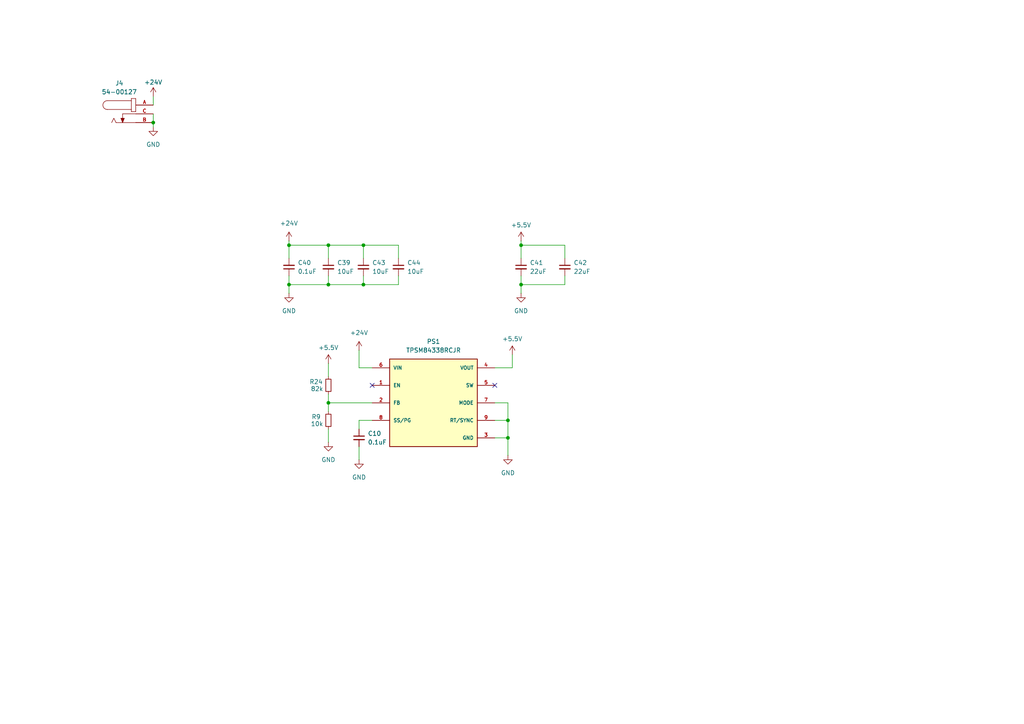
<source format=kicad_sch>
(kicad_sch (version 20250114) (generator "eeschema") (generator_version "9.0")
  (paper "A4")
  (lib_symbols
    (symbol "Device:C_Small" (pin_numbers (hide yes)) (pin_names (offset 0.254) (hide yes))
      (property "Reference" "C" (at 0.254 1.778 0))
      (property "Value" "C_Small" (at 0.254 -2.032 0))
      (symbol "C_Small_0_1"
        (polyline (pts (xy -1.524 0.508) (xy 1.524 0.508)) (stroke (width 0.3048)))
        (polyline (pts (xy -1.524 -0.508) (xy 1.524 -0.508)) (stroke (width 0.3302)))
      )
      (symbol "C_Small_1_1"
        (pin passive line (at 0 2.54 270) (length 2.032) (name "~") (number "1"))
        (pin passive line (at 0 -2.54 90) (length 2.032) (name "~") (number "2"))
      )
    )
    (symbol "Device:R_Small" (pin_numbers (hide yes)) (pin_names (offset 0.254) (hide yes))
      (property "Reference" "R" (at 0.762 0.508 0))
      (property "Value" "R_Small" (at 0.762 -1.016 0))
      (symbol "R_Small_0_1"
        (rectangle (start -0.762 1.778) (end 0.762 -1.778) (stroke (width 0.2032)))
      )
      (symbol "R_Small_1_1"
        (pin passive line (at 0 2.54 270) (length 0.762) (name "~") (number "1"))
        (pin passive line (at 0 -2.54 90) (length 0.762) (name "~") (number "2"))
      )
    )
    (symbol "Vendor_Symbols:54-00127" (pin_names (offset 1.016))
      (property "Reference" "J" (at -7.62 5.08 0))
      (property "Value" "54-00127" (at -7.62 -5.08 0))
      (symbol "54-00127_0_0"
        (polyline (pts (xy -8.255 3.81) (xy -1.27 3.81)) (stroke (width 0.1524)))
        (arc (start -8.255 1.27) (mid -9.5194 2.54) (end -8.255 3.81) (stroke (width 0.1524)))
        (polyline (pts (xy -6.35 -1.27) (xy -6.985 -2.54)) (stroke (width 0.1524)))
        (polyline (pts (xy -5.715 -2.54) (xy -6.35 -1.27)) (stroke (width 0.1524)))
        (polyline (pts (xy -3.81 0) (xy -3.81 -2.54)) (stroke (width 0.1524)))
        (polyline (pts (xy -3.81 -2.54) (xy -4.318 -1.27) (xy -3.302 -1.27) (xy -3.81 -2.54)) (stroke (width 0.1524)) (fill (type outline)))
        (polyline (pts (xy -1.27 4.445) (xy -1.27 3.81)) (stroke (width 0.1524)))
        (polyline (pts (xy -1.27 3.81) (xy -1.27 1.27)) (stroke (width 0.1524)))
        (polyline (pts (xy -1.27 1.27) (xy -8.255 1.27)) (stroke (width 0.1524)))
        (polyline (pts (xy -1.27 1.27) (xy -1.27 0.635)) (stroke (width 0.1524)))
        (polyline (pts (xy -1.27 0.635) (xy 0 0.635)) (stroke (width 0.1524)))
        (polyline (pts (xy 0 4.445) (xy -1.27 4.445)) (stroke (width 0.1524)))
        (polyline (pts (xy 0 0.635) (xy 0 4.445)) (stroke (width 0.1524)))
        (polyline (pts (xy 0 0) (xy -3.81 0)) (stroke (width 0.1524)))
        (polyline (pts (xy 0 -2.54) (xy -5.715 -2.54)) (stroke (width 0.1524)))
        (pin passive line (at 5.08 2.54 180) (length 5.08) (name "~") (number "A"))
        (pin passive line (at 5.08 0 180) (length 5.08) (name "~") (number "C"))
        (pin passive line (at 5.08 -2.54 180) (length 5.08) (name "~") (number "B"))
      )
    )
    (symbol "Vendor_Symbols:TPSM84338RCJR" (pin_names (offset 1.016))
      (property "Reference" "PS" (at -12.7 13.335 0))
      (property "Value" "TPSM84338RCJR" (at -12.7 -15.24 0))
      (symbol "TPSM84338RCJR_0_0"
        (rectangle (start -12.7 -12.7) (end 12.7 12.7) (stroke (width 0.254)) (fill (type background)))
        (pin input line (at -17.78 10.16 0) (length 5.08) (name "VIN") (number "6"))
        (pin input line (at -17.78 5.08 0) (length 5.08) (name "EN") (number "1"))
        (pin input line (at -17.78 0 0) (length 5.08) (name "FB") (number "2"))
        (pin passive line (at -17.78 -5.08 0) (length 5.08) (name "SS/PG") (number "8"))
        (pin output line (at 17.78 10.16 180) (length 5.08) (name "VOUT") (number "4"))
        (pin passive line (at 17.78 5.08 180) (length 5.08) (name "SW") (number "5"))
        (pin passive line (at 17.78 0 180) (length 5.08) (name "MODE") (number "7"))
        (pin passive line (at 17.78 -5.08 180) (length 5.08) (name "RT/SYNC") (number "9"))
        (pin power_in line (at 17.78 -10.16 180) (length 5.08) (name "GND") (number "3"))
      )
    )
    (symbol "power:+24V" (power) (pin_numbers (hide yes)) (pin_names (offset 0) (hide yes))
      (property "Value" "+24V" (at 0 3.556 0))
      (symbol "+24V_0_1"
        (polyline (pts (xy -0.762 1.27) (xy 0 2.54)))
        (polyline (pts (xy 0 2.54) (xy 0.762 1.27)))
        (polyline (pts (xy 0 0) (xy 0 2.54)))
      )
      (symbol "+24V_1_1"
        (pin power_in line (at 0 0 90) (length 0) (name "~") (number "1"))
      )
    )
    (symbol "power:+5V" (power) (pin_numbers (hide yes)) (pin_names (offset 0) (hide yes))
      (property "Value" "+5V" (at 0 3.556 0))
      (symbol "+5V_0_1"
        (polyline (pts (xy -0.762 1.27) (xy 0 2.54)))
        (polyline (pts (xy 0 2.54) (xy 0.762 1.27)))
        (polyline (pts (xy 0 0) (xy 0 2.54)))
      )
      (symbol "+5V_1_1"
        (pin power_in line (at 0 0 90) (length 0) (name "~") (number "1"))
      )
    )
    (symbol "power:GND" (power) (pin_numbers (hide yes)) (pin_names (offset 0) (hide yes))
      (property "Value" "GND" (at 0 -3.81 0))
      (symbol "GND_0_1"
        (polyline (pts (xy 0 0) (xy 0 -1.27) (xy 1.27 -1.27) (xy 0 -2.54) (xy -1.27 -1.27) (xy 0 -1.27)))
      )
      (symbol "GND_1_1"
        (pin power_in line (at 0 0 270) (length 0) (name "~") (number "1"))
      )
    )
  )
  (junction (at 151.13 71.12))
  (junction (at 147.32 121.92))
  (junction (at 105.41 71.12))
  (junction (at 95.25 116.84))
  (junction (at 95.25 82.55))
  (junction (at 147.32 127))
  (junction (at 83.82 71.12))
  (junction (at 95.25 71.12))
  (junction (at 83.82 82.55))
  (junction (at 105.41 82.55))
  (junction (at 151.13 82.55))
  (junction (at 44.45 35.56))
  (no_connect (at 107.95 111.76))
  (no_connect (at 143.51 111.76))
  (wire (pts (xy 151.13 71.12) (xy 151.13 74.93)))
  (wire (pts (xy 148.59 106.68) (xy 143.51 106.68)))
  (wire (pts (xy 44.45 35.56) (xy 44.45 36.83)))
  (wire (pts (xy 107.95 121.92) (xy 104.14 121.92)))
  (wire (pts (xy 105.41 71.12) (xy 105.41 74.93)))
  (wire (pts (xy 107.95 116.84) (xy 95.25 116.84)))
  (wire (pts (xy 151.13 69.85) (xy 151.13 71.12)))
  (wire (pts (xy 95.25 116.84) (xy 95.25 114.3)))
  (wire (pts (xy 104.14 129.54) (xy 104.14 133.35)))
  (wire (pts (xy 104.14 106.68) (xy 107.95 106.68)))
  (wire (pts (xy 115.57 71.12) (xy 115.57 74.93)))
  (wire (pts (xy 95.25 74.93) (xy 95.25 71.12)))
  (wire (pts (xy 148.59 102.87) (xy 148.59 106.68)))
  (wire (pts (xy 44.45 33.02) (xy 44.45 35.56)))
  (wire (pts (xy 83.82 80.01) (xy 83.82 82.55)))
  (wire (pts (xy 95.25 116.84) (xy 95.25 119.38)))
  (wire (pts (xy 104.14 101.6) (xy 104.14 106.68)))
  (wire (pts (xy 105.41 82.55) (xy 95.25 82.55)))
  (wire (pts (xy 83.82 82.55) (xy 95.25 82.55)))
  (wire (pts (xy 95.25 71.12) (xy 105.41 71.12)))
  (wire (pts (xy 163.83 80.01) (xy 163.83 82.55)))
  (wire (pts (xy 83.82 69.85) (xy 83.82 71.12)))
  (wire (pts (xy 151.13 82.55) (xy 151.13 85.09)))
  (wire (pts (xy 143.51 127) (xy 147.32 127)))
  (wire (pts (xy 105.41 71.12) (xy 115.57 71.12)))
  (wire (pts (xy 83.82 82.55) (xy 83.82 85.09)))
  (wire (pts (xy 83.82 71.12) (xy 95.25 71.12)))
  (wire (pts (xy 104.14 121.92) (xy 104.14 124.46)))
  (wire (pts (xy 115.57 82.55) (xy 105.41 82.55)))
  (wire (pts (xy 147.32 121.92) (xy 147.32 127)))
  (wire (pts (xy 151.13 80.01) (xy 151.13 82.55)))
  (wire (pts (xy 147.32 127) (xy 147.32 132.08)))
  (wire (pts (xy 147.32 116.84) (xy 147.32 121.92)))
  (wire (pts (xy 95.25 105.41) (xy 95.25 109.22)))
  (wire (pts (xy 105.41 80.01) (xy 105.41 82.55)))
  (wire (pts (xy 143.51 116.84) (xy 147.32 116.84)))
  (wire (pts (xy -25.4 166.37) (xy -25.4 162.56)))
  (wire (pts (xy 95.25 80.01) (xy 95.25 82.55)))
  (wire (pts (xy 163.83 74.93) (xy 163.83 71.12)))
  (wire (pts (xy 44.45 27.94) (xy 44.45 30.48)))
  (wire (pts (xy 163.83 82.55) (xy 151.13 82.55)))
  (wire (pts (xy 163.83 71.12) (xy 151.13 71.12)))
  (wire (pts (xy 115.57 80.01) (xy 115.57 82.55)))
  (wire (pts (xy 83.82 71.12) (xy 83.82 74.93)))
  (wire (pts (xy 143.51 121.92) (xy 147.32 121.92)))
  (wire (pts (xy 95.25 124.46) (xy 95.25 128.27)))
  (symbol (lib_id "Device:R_Small") (at 95.25 121.92 0) (unit 1)
    (property "Reference" "R9" (at 91.694 120.904 0))
    (property "Value" "10k" (at 91.948 122.936 0))
    (property "Footprint" "Capacitor_SMD:C_0603_1608Metric_Pad1.08x0.95mm_HandSolder" (effects (hide yes)))
    (property "Description" "10 kOhms ±0.5% 0.063W, 1/16W Chip Resistor 0603 (1608 Metric) Thin Film" (effects (hide yes)))
    (property "DigiKey Link" "https://www.digikey.com/en/products/detail/susumu/RR0816P-103-D/432209" (effects (hide yes)))
    (property "MPN" "RR0816P-103-D" (effects (hide yes)))
    (property "Manufacturer" "Susumu" (effects (hide yes)))
  )
  (symbol (lib_id "Vendor_Symbols:TPSM84338RCJR") (at 125.73 116.84 0) (unit 1)
    (property "Reference" "PS1" (at 125.73 99.06 0))
    (property "Value" "TPSM84338RCJR" (at 125.73 101.6 0))
    (property "Footprint" "Vendor_Footprints:CONV_TPSM84338RCJR" (effects (hide yes)))
    (property "Description" "Non-Isolated PoL Module DC DC Converter 1 Output 0.6 ~ 17V 3A 3.8V - 28V Input" (effects (hide yes)))
    (property "MPN" "TPSM84338RCJR" (effects (hide yes)))
    (property "Manufacturer" "Texas Instruments" (effects (hide yes)))
    (property "DigiKey Link" "https://www.digikey.com/en/products/detail/texas-instruments/TPSM84338RCJR/25881347" (effects (hide yes)))
  )
  (symbol (lib_id "Device:C_Small") (at 115.57 77.47 0) (unit 1)
    (property "Reference" "C44" (at 118.11 76.2062 0) (effects (justify left)))
    (property "Value" "10uF" (at 118.11 78.7462 0) (effects (justify left)))
    (property "Footprint" "Capacitor_SMD:C_1206_3216Metric_Pad1.33x1.80mm_HandSolder" (effects (hide yes)))
    (property "Description" "10 µF ±10% 50V Ceramic Capacitor X5R 1206 (3216 Metric)" (effects (hide yes)))
    (property "MPN" "CL31A106KBHNNNE" (effects (hide yes)))
    (property "Manufacturer" "Samsung Electro-Mechanics" (effects (hide yes)))
    (property "DigiKey Link" "https://www.digikey.com/en/products/detail/samsung-electro-mechanics/CL31A106KBHNNNE/3888534" (effects (hide yes)))
  )
  (symbol (lib_id "power:GND") (at 147.32 132.08 0) (unit 1)
    (property "Reference" "#PWR084" (effects (hide yes)))
    (property "Value" "GND" (at 147.32 137.16 0))
    (property "Description" "Power symbol creates a global label with name \"GND\" , ground" (effects (hide yes)))
  )
  (symbol (lib_id "power:GND") (at 104.14 133.35 0) (unit 1)
    (property "Reference" "#PWR082" (effects (hide yes)))
    (property "Value" "GND" (at 104.14 138.43 0))
    (property "Description" "Power symbol creates a global label with name \"GND\" , ground" (effects (hide yes)))
  )
  (symbol (lib_id "Device:R_Small") (at 95.25 111.76 0) (unit 1)
    (property "Reference" "R24" (at 91.694 110.744 0))
    (property "Value" "82k" (at 91.948 112.776 0))
    (property "Footprint" "Capacitor_SMD:C_0603_1608Metric_Pad1.08x0.95mm_HandSolder" (effects (hide yes)))
    (property "Description" "82 kOhms ±0.5% 0.063W, 1/16W Chip Resistor 0603 (1608 Metric) Thin Film" (effects (hide yes)))
    (property "DigiKey Link" "https://www.digikey.com/en/products/detail/susumu/RR0816P-823-D/432231" (effects (hide yes)))
    (property "MPN" "RR0816P-823-D" (effects (hide yes)))
    (property "Manufacturer" "Susumu" (effects (hide yes)))
  )
  (symbol (lib_id "Vendor_Symbols:54-00127") (at 39.37 33.02 0) (unit 1)
    (property "Reference" "J4" (at 34.6103 24.13 0))
    (property "Value" "54-00127" (at 34.6103 26.67 0))
    (property "Footprint" "Vendor_Footprints:TENSILITY_54-00127" (effects (hide yes)))
    (property "Description" "Power Barrel Connector Jack 2.10mm ID (0.083\"), 5.50mm OD (0.217\") Through Hole, Right Angle" (effects (hide yes)))
    (property "MPN" "54-00127" (effects (hide yes)))
    (property "Manufacturer" "Tensility International Corp" (effects (hide yes)))
    (property "DigiKey Link" "https://www.digikey.com/en/products/detail/tensility-international-corp/54-00127/9685436" (effects (hide yes)))
  )
  (symbol (lib_id "power:+24V") (at 44.45 27.94 0) (unit 1)
    (property "Reference" "#PWR038" (effects (hide yes)))
    (property "Value" "+24V" (at 44.45 23.876 0))
    (property "Description" "Power symbol creates a global label with name \"+24V\"" (effects (hide yes)))
  )
  (symbol (lib_id "power:+5V") (at 95.25 105.41 0) (unit 1)
    (property "Reference" "#PWR083" (effects (hide yes)))
    (property "Value" "+5.5V" (at 95.25 100.838 0))
    (property "Description" "Power symbol creates a global label with name \"+5V\"" (effects (hide yes)))
  )
  (symbol (lib_id "power:GND") (at 83.82 85.09 0) (unit 1)
    (property "Reference" "#PWR087" (effects (hide yes)))
    (property "Value" "GND" (at 83.82 90.17 0))
    (property "Description" "Power symbol creates a global label with name \"GND\" , ground" (effects (hide yes)))
  )
  (symbol (lib_id "power:+24V") (at 83.82 69.85 0) (unit 1)
    (property "Reference" "#PWR086" (effects (hide yes)))
    (property "Value" "+24V" (at 83.82 64.77 0))
    (property "Description" "Power symbol creates a global label with name \"+24V\"" (effects (hide yes)))
  )
  (symbol (lib_id "power:+5V") (at 151.13 69.85 0) (unit 1)
    (property "Reference" "#PWR089" (effects (hide yes)))
    (property "Value" "+5.5V" (at 151.13 65.278 0))
    (property "Description" "Power symbol creates a global label with name \"+5V\"" (effects (hide yes)))
  )
  (symbol (lib_id "Device:C_Small") (at 104.14 127 0) (unit 1)
    (property "Reference" "C10" (at 106.68 125.7362 0) (effects (justify left)))
    (property "Value" "0.1uF" (at 106.68 128.2762 0) (effects (justify left)))
    (property "Footprint" "Capacitor_SMD:C_0603_1608Metric_Pad1.08x0.95mm_HandSolder" (effects (hide yes)))
    (property "Description" "0.1 µF ±10% 16V Ceramic Capacitor X7R 0603 (1608 Metric)" (effects (hide yes)))
    (property "DigiKey Link" "https://www.digikey.com/en/products/detail/samsung-electro-mechanics/CL10B104KO8NNNC/3886663" (effects (hide yes)))
    (property "MPN" "CL10B104KO8NNNC" (effects (hide yes)))
    (property "Manufacturer" "Samsung Electro-Mechanics" (effects (hide yes)))
  )
  (symbol (lib_id "Device:C_Small") (at 95.25 77.47 0) (unit 1)
    (property "Reference" "C39" (at 97.79 76.2062 0) (effects (justify left)))
    (property "Value" "10uF" (at 97.79 78.7462 0) (effects (justify left)))
    (property "Footprint" "Capacitor_SMD:C_1206_3216Metric_Pad1.33x1.80mm_HandSolder" (effects (hide yes)))
    (property "Description" "10 µF ±10% 50V Ceramic Capacitor X5R 1206 (3216 Metric)" (effects (hide yes)))
    (property "MPN" "CL31A106KBHNNNE" (effects (hide yes)))
    (property "Manufacturer" "Samsung Electro-Mechanics" (effects (hide yes)))
    (property "DigiKey Link" "https://www.digikey.com/en/products/detail/samsung-electro-mechanics/CL31A106KBHNNNE/3888534" (effects (hide yes)))
  )
  (symbol (lib_id "power:GND") (at 44.45 36.83 0) (unit 1)
    (property "Reference" "#PWR039" (effects (hide yes)))
    (property "Value" "GND" (at 44.45 41.91 0))
    (property "Description" "Power symbol creates a global label with name \"GND\" , ground" (effects (hide yes)))
  )
  (symbol (lib_id "Device:C_Small") (at 151.13 77.47 0) (unit 1)
    (property "Reference" "C41" (at 153.67 76.2062 0) (effects (justify left)))
    (property "Value" "22uF" (at 153.67 78.7462 0) (effects (justify left)))
    (property "Footprint" "Capacitor_SMD:C_0805_2012Metric_Pad1.18x1.45mm_HandSolder" (effects (hide yes)))
    (property "Description" "22 µF ±20% 16V Ceramic Capacitor X5R 0805 (2012 Metric)" (effects (hide yes)))
    (property "MPN" "CL21A226MOCLRNC" (effects (hide yes)))
    (property "Manufacturer" "Samsung Electro-Mechanics" (effects (hide yes)))
    (property "DigiKey Link" "https://www.digikey.com/en/products/detail/samsung-electro-mechanics/CL21A226MOCLRNC/5961264" (effects (hide yes)))
  )
  (symbol (lib_id "Device:C_Small") (at 105.41 77.47 0) (unit 1)
    (property "Reference" "C43" (at 107.95 76.2062 0) (effects (justify left)))
    (property "Value" "10uF" (at 107.95 78.7462 0) (effects (justify left)))
    (property "Footprint" "Capacitor_SMD:C_1206_3216Metric_Pad1.33x1.80mm_HandSolder" (effects (hide yes)))
    (property "Description" "10 µF ±10% 50V Ceramic Capacitor X5R 1206 (3216 Metric)" (effects (hide yes)))
    (property "MPN" "CL31A106KBHNNNE" (effects (hide yes)))
    (property "Manufacturer" "Samsung Electro-Mechanics" (effects (hide yes)))
    (property "DigiKey Link" "https://www.digikey.com/en/products/detail/samsung-electro-mechanics/CL31A106KBHNNNE/3888534" (effects (hide yes)))
  )
  (symbol (lib_id "power:+5V") (at 148.59 102.87 0) (unit 1)
    (property "Reference" "#PWR088" (effects (hide yes)))
    (property "Value" "+5.5V" (at 148.59 98.298 0))
    (property "Description" "Power symbol creates a global label with name \"+5V\"" (effects (hide yes)))
  )
  (symbol (lib_id "Device:C_Small") (at 83.82 77.47 180) (unit 1)
    (property "Reference" "C40" (at 86.36 76.1935 0) (effects (justify right)))
    (property "Value" "0.1uF" (at 86.36 78.7335 0) (effects (justify right)))
    (property "Footprint" "Capacitor_SMD:C_0603_1608Metric_Pad1.08x0.95mm_HandSolder" (effects (hide yes)))
    (property "Description" "0.1 µF ±10% 50V Ceramic Capacitor X7R 0603 (1608 Metric)" (effects (hide yes)))
    (property "MPN" "GCM188R71H104KA57J" (effects (hide yes)))
    (property "Manufacturer" "GCM188R71H104KA57J" (effects (hide yes)))
    (property "DigiKey Link" "https://www.digikey.com/en/products/detail/murata-electronics/GCM188R71H104KA57J/2591942" (effects (hide yes)))
  )
  (symbol (lib_id "power:GND") (at 151.13 85.09 0) (unit 1)
    (property "Reference" "#PWR090" (effects (hide yes)))
    (property "Value" "GND" (at 151.13 90.17 0))
    (property "Description" "Power symbol creates a global label with name \"GND\" , ground" (effects (hide yes)))
  )
  (symbol (lib_id "Device:C_Small") (at 163.83 77.47 0) (unit 1)
    (property "Reference" "C42" (at 166.37 76.2062 0) (effects (justify left)))
    (property "Value" "22uF" (at 166.37 78.7462 0) (effects (justify left)))
    (property "Footprint" "Capacitor_SMD:C_0805_2012Metric_Pad1.18x1.45mm_HandSolder" (effects (hide yes)))
    (property "Description" "22 µF ±20% 16V Ceramic Capacitor X5R 0805 (2012 Metric)" (effects (hide yes)))
    (property "MPN" "CL21A226MOCLRNC" (effects (hide yes)))
    (property "Manufacturer" "Samsung Electro-Mechanics" (effects (hide yes)))
    (property "DigiKey Link" "https://www.digikey.com/en/products/detail/samsung-electro-mechanics/CL21A226MOCLRNC/5961264" (effects (hide yes)))
  )
  (symbol (lib_id "power:GND") (at 95.25 128.27 0) (unit 1)
    (property "Reference" "#PWR081" (effects (hide yes)))
    (property "Value" "GND" (at 95.25 133.35 0))
    (property "Description" "Power symbol creates a global label with name \"GND\" , ground" (effects (hide yes)))
  )
  (symbol (lib_id "power:+24V") (at 104.14 101.6 0) (unit 1)
    (property "Reference" "#PWR085" (effects (hide yes)))
    (property "Value" "+24V" (at 104.14 96.52 0))
    (property "Description" "Power symbol creates a global label with name \"+24V\"" (effects (hide yes)))
  )
)
</source>
